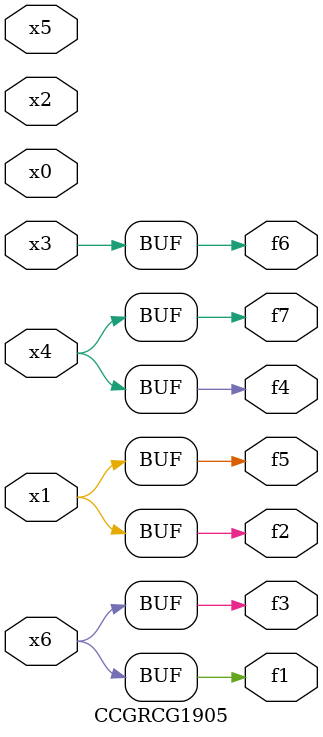
<source format=v>
module CCGRCG1905(
	input x0, x1, x2, x3, x4, x5, x6,
	output f1, f2, f3, f4, f5, f6, f7
);
	assign f1 = x6;
	assign f2 = x1;
	assign f3 = x6;
	assign f4 = x4;
	assign f5 = x1;
	assign f6 = x3;
	assign f7 = x4;
endmodule

</source>
